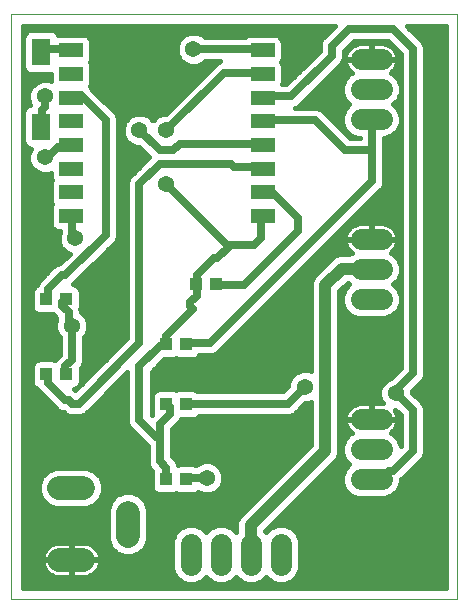
<source format=gtl>
G75*
%MOIN*%
%OFA0B0*%
%FSLAX25Y25*%
%IPPOS*%
%LPD*%
%AMOC8*
5,1,8,0,0,1.08239X$1,22.5*
%
%ADD10C,0.00000*%
%ADD11R,0.03937X0.04331*%
%ADD12R,0.07874X0.04724*%
%ADD13C,0.07000*%
%ADD14C,0.07874*%
%ADD15R,0.06299X0.09055*%
%ADD16C,0.02500*%
%ADD17C,0.05400*%
%ADD18C,0.01600*%
%ADD19C,0.04000*%
D10*
X0002874Y0017345D02*
X0002874Y0212306D01*
X0151575Y0212306D01*
X0151575Y0017345D01*
X0002874Y0017345D01*
D11*
X0014528Y0092345D03*
X0021220Y0092345D03*
X0021220Y0117345D03*
X0014528Y0117345D03*
X0054528Y0102345D03*
X0061220Y0102345D03*
X0061220Y0082345D03*
X0054528Y0082345D03*
X0054528Y0057345D03*
X0061220Y0057345D03*
X0064528Y0122345D03*
X0071220Y0122345D03*
D12*
X0086654Y0145219D03*
X0086654Y0153093D03*
X0086654Y0160967D03*
X0086654Y0168841D03*
X0086654Y0176715D03*
X0086654Y0184589D03*
X0086654Y0192463D03*
X0086654Y0200337D03*
X0022874Y0200337D03*
X0022874Y0192463D03*
X0022874Y0184589D03*
X0022874Y0176715D03*
X0022874Y0168841D03*
X0022874Y0160967D03*
X0022874Y0153093D03*
X0022874Y0145219D03*
D13*
X0062874Y0035845D02*
X0062874Y0028845D01*
X0072874Y0028845D02*
X0072874Y0035845D01*
X0082874Y0035845D02*
X0082874Y0028845D01*
X0092874Y0028845D02*
X0092874Y0035845D01*
X0119374Y0057345D02*
X0126374Y0057345D01*
X0126374Y0067345D02*
X0119374Y0067345D01*
X0119374Y0077345D02*
X0126374Y0077345D01*
X0126374Y0117345D02*
X0119374Y0117345D01*
X0119374Y0127345D02*
X0126374Y0127345D01*
X0126374Y0137345D02*
X0119374Y0137345D01*
X0119374Y0177345D02*
X0126374Y0177345D01*
X0126374Y0187345D02*
X0119374Y0187345D01*
X0119374Y0197345D02*
X0126374Y0197345D01*
D14*
X0026811Y0054550D02*
X0018937Y0054550D01*
X0018937Y0030534D02*
X0026811Y0030534D01*
X0041772Y0038408D02*
X0041772Y0046282D01*
D15*
X0012874Y0174943D03*
X0012874Y0199746D03*
D16*
X0012999Y0200720D01*
X0021999Y0200720D01*
X0022874Y0200337D01*
X0023124Y0184970D02*
X0022874Y0184589D01*
X0023124Y0184970D02*
X0026499Y0184970D01*
X0034374Y0177095D01*
X0034374Y0138845D01*
X0020874Y0125345D01*
X0019749Y0125345D01*
X0015249Y0120845D01*
X0015249Y0117470D01*
X0014528Y0117345D01*
X0019749Y0116345D02*
X0020874Y0117470D01*
X0021220Y0117345D01*
X0019749Y0116345D02*
X0019749Y0115220D01*
X0021999Y0112970D01*
X0021999Y0108470D01*
X0023124Y0107345D01*
X0023124Y0108470D01*
X0023124Y0107345D02*
X0023124Y0097220D01*
X0020874Y0094970D01*
X0020874Y0092720D01*
X0021220Y0092345D01*
X0015249Y0091595D02*
X0015249Y0089345D01*
X0020874Y0083720D01*
X0021999Y0083720D01*
X0023124Y0082595D01*
X0025374Y0082595D01*
X0045624Y0102845D01*
X0045624Y0155720D01*
X0052374Y0162470D01*
X0075999Y0162470D01*
X0077124Y0161345D01*
X0086124Y0161345D01*
X0086654Y0160967D01*
X0087249Y0153470D02*
X0086654Y0153093D01*
X0087249Y0153470D02*
X0089499Y0153470D01*
X0098499Y0144470D01*
X0098499Y0139970D01*
X0080499Y0121970D01*
X0071499Y0121970D01*
X0071220Y0122345D01*
X0064749Y0125345D02*
X0070374Y0130970D01*
X0071499Y0130970D01*
X0075437Y0134907D01*
X0054624Y0155720D01*
X0052374Y0166970D02*
X0045624Y0173720D01*
X0052374Y0166970D02*
X0056874Y0166970D01*
X0059124Y0169220D01*
X0086124Y0169220D01*
X0086654Y0168841D01*
X0086654Y0176715D02*
X0087249Y0177095D01*
X0104124Y0177095D01*
X0114249Y0166970D01*
X0123249Y0166970D01*
X0123249Y0156845D01*
X0069249Y0102845D01*
X0061374Y0102845D01*
X0061220Y0102345D01*
X0054624Y0102845D02*
X0054528Y0102345D01*
X0053499Y0101720D01*
X0052374Y0101720D01*
X0045624Y0094970D01*
X0045624Y0076970D01*
X0051249Y0071345D01*
X0052374Y0071345D01*
X0052374Y0063470D01*
X0054624Y0061220D01*
X0054624Y0057845D01*
X0054528Y0057345D01*
X0061220Y0057345D02*
X0061374Y0057845D01*
X0068124Y0057845D01*
X0052374Y0075845D02*
X0055749Y0079220D01*
X0055749Y0081470D01*
X0054624Y0082595D01*
X0054528Y0082345D01*
X0052374Y0075845D02*
X0052374Y0071345D01*
X0061220Y0082345D02*
X0061374Y0082595D01*
X0095124Y0082595D01*
X0100749Y0088220D01*
X0123249Y0057845D02*
X0122874Y0057345D01*
X0123249Y0057845D02*
X0126624Y0057845D01*
X0128874Y0060095D01*
X0129999Y0060095D01*
X0136749Y0066845D01*
X0136749Y0080345D01*
X0131124Y0085970D01*
X0131124Y0087095D01*
X0136749Y0092720D01*
X0136749Y0200720D01*
X0129999Y0207470D01*
X0115374Y0207470D01*
X0109749Y0201845D01*
X0109749Y0198470D01*
X0096249Y0184970D01*
X0087249Y0184970D01*
X0086654Y0184589D01*
X0086654Y0192463D02*
X0086124Y0192845D01*
X0073749Y0192845D01*
X0054624Y0173720D01*
X0063624Y0200720D02*
X0086124Y0200720D01*
X0086654Y0200337D01*
X0122874Y0177345D02*
X0123249Y0177095D01*
X0123249Y0166970D01*
X0086654Y0145219D02*
X0086124Y0144470D01*
X0086124Y0137720D01*
X0083874Y0135470D01*
X0075999Y0135470D01*
X0075437Y0134907D01*
X0064749Y0125345D02*
X0064749Y0123095D01*
X0064528Y0122345D01*
X0064749Y0121970D01*
X0064749Y0118595D01*
X0062499Y0116345D01*
X0062499Y0115220D01*
X0063624Y0114095D01*
X0054624Y0105095D01*
X0054624Y0102845D01*
X0024249Y0137720D02*
X0023124Y0138845D01*
X0023124Y0144470D01*
X0022874Y0145219D01*
X0015249Y0164720D02*
X0014124Y0164720D01*
X0015249Y0164720D02*
X0018624Y0168095D01*
X0021999Y0168095D01*
X0022874Y0168841D01*
X0012999Y0180470D02*
X0014124Y0181595D01*
X0014124Y0184970D01*
X0012999Y0180470D02*
X0012999Y0175970D01*
X0012874Y0174943D01*
X0014528Y0092345D02*
X0015249Y0091595D01*
D17*
X0023124Y0108470D03*
X0024249Y0137720D03*
X0014124Y0164720D03*
X0014124Y0184970D03*
X0045624Y0173720D03*
X0054624Y0173720D03*
X0054624Y0155720D03*
X0063624Y0200720D03*
X0100749Y0088220D03*
X0131124Y0085970D03*
X0068124Y0057845D03*
D18*
X0072168Y0054111D02*
X0087977Y0054111D01*
X0089575Y0055709D02*
X0073193Y0055709D01*
X0072787Y0054729D02*
X0073624Y0056751D01*
X0073624Y0058939D01*
X0072787Y0060960D01*
X0071240Y0062508D01*
X0069218Y0063345D01*
X0067030Y0063345D01*
X0065009Y0062508D01*
X0064499Y0061998D01*
X0063746Y0062310D01*
X0058695Y0062310D01*
X0058576Y0062261D01*
X0058057Y0063514D01*
X0056424Y0065147D01*
X0056424Y0074167D01*
X0058043Y0075786D01*
X0059182Y0076926D01*
X0059370Y0077380D01*
X0063746Y0077380D01*
X0064775Y0077806D01*
X0065514Y0078545D01*
X0095930Y0078545D01*
X0097418Y0079161D01*
X0100977Y0082720D01*
X0101843Y0082720D01*
X0102699Y0083074D01*
X0102699Y0068833D01*
X0078680Y0044814D01*
X0077949Y0043050D01*
X0077949Y0039829D01*
X0077874Y0039754D01*
X0076443Y0041186D01*
X0074127Y0042145D01*
X0071621Y0042145D01*
X0069305Y0041186D01*
X0067874Y0039754D01*
X0066443Y0041186D01*
X0064127Y0042145D01*
X0061621Y0042145D01*
X0059305Y0041186D01*
X0057533Y0039414D01*
X0056574Y0037098D01*
X0056574Y0027592D01*
X0057533Y0025276D01*
X0059305Y0023504D01*
X0061621Y0022545D01*
X0064127Y0022545D01*
X0066443Y0023504D01*
X0067874Y0024935D01*
X0069305Y0023504D01*
X0071621Y0022545D01*
X0074127Y0022545D01*
X0076443Y0023504D01*
X0077874Y0024935D01*
X0079305Y0023504D01*
X0081621Y0022545D01*
X0084127Y0022545D01*
X0086443Y0023504D01*
X0087874Y0024935D01*
X0089305Y0023504D01*
X0091621Y0022545D01*
X0094127Y0022545D01*
X0096443Y0023504D01*
X0098215Y0025276D01*
X0099174Y0027592D01*
X0099174Y0037098D01*
X0098215Y0039414D01*
X0096443Y0041186D01*
X0094127Y0042145D01*
X0091621Y0042145D01*
X0089305Y0041186D01*
X0087874Y0039754D01*
X0087549Y0040079D01*
X0087549Y0040107D01*
X0110218Y0062776D01*
X0111568Y0064126D01*
X0112299Y0065890D01*
X0112299Y0119982D01*
X0115063Y0122746D01*
X0115464Y0122345D01*
X0114033Y0120914D01*
X0113074Y0118598D01*
X0113074Y0116092D01*
X0114033Y0113776D01*
X0115805Y0112004D01*
X0118121Y0111045D01*
X0127627Y0111045D01*
X0129943Y0112004D01*
X0131715Y0113776D01*
X0132674Y0116092D01*
X0132674Y0118598D01*
X0131715Y0120914D01*
X0130284Y0122345D01*
X0131715Y0123776D01*
X0132674Y0126092D01*
X0132674Y0128598D01*
X0131715Y0130914D01*
X0129943Y0132686D01*
X0129328Y0132940D01*
X0129827Y0133302D01*
X0130417Y0133892D01*
X0130907Y0134567D01*
X0131286Y0135310D01*
X0131544Y0136104D01*
X0131674Y0136928D01*
X0131674Y0137145D01*
X0123074Y0137145D01*
X0123074Y0137545D01*
X0122674Y0137545D01*
X0122674Y0142645D01*
X0118957Y0142645D01*
X0118133Y0142514D01*
X0117340Y0142257D01*
X0116596Y0141878D01*
X0115921Y0141387D01*
X0115331Y0140798D01*
X0114841Y0140123D01*
X0114462Y0139379D01*
X0114205Y0138586D01*
X0114074Y0137762D01*
X0114074Y0137545D01*
X0122674Y0137545D01*
X0122674Y0137145D01*
X0114074Y0137145D01*
X0114074Y0136928D01*
X0114205Y0136104D01*
X0114462Y0135310D01*
X0114841Y0134567D01*
X0115331Y0133892D01*
X0115921Y0133302D01*
X0116420Y0132940D01*
X0115805Y0132686D01*
X0115514Y0132395D01*
X0112169Y0132395D01*
X0110405Y0131664D01*
X0109055Y0130314D01*
X0103430Y0124689D01*
X0102699Y0122925D01*
X0102699Y0093365D01*
X0101843Y0093720D01*
X0099655Y0093720D01*
X0097634Y0092883D01*
X0096086Y0091335D01*
X0095249Y0089314D01*
X0095249Y0088447D01*
X0093446Y0086645D01*
X0065014Y0086645D01*
X0064775Y0086884D01*
X0063746Y0087310D01*
X0058695Y0087310D01*
X0057874Y0086970D01*
X0057053Y0087310D01*
X0052002Y0087310D01*
X0050973Y0086884D01*
X0050185Y0086096D01*
X0049759Y0085067D01*
X0049759Y0079623D01*
X0049954Y0079152D01*
X0049674Y0078872D01*
X0049674Y0093292D01*
X0053761Y0097380D01*
X0057053Y0097380D01*
X0057874Y0097720D01*
X0058695Y0097380D01*
X0063746Y0097380D01*
X0064775Y0097806D01*
X0065563Y0098593D01*
X0065646Y0098795D01*
X0070055Y0098795D01*
X0071543Y0099411D01*
X0125543Y0153411D01*
X0126682Y0154551D01*
X0127299Y0156039D01*
X0127299Y0171045D01*
X0127627Y0171045D01*
X0129943Y0172004D01*
X0131715Y0173776D01*
X0132674Y0176092D01*
X0132674Y0178598D01*
X0131715Y0180914D01*
X0130284Y0182345D01*
X0131715Y0183776D01*
X0132674Y0186092D01*
X0132674Y0188598D01*
X0131715Y0190914D01*
X0129943Y0192686D01*
X0129328Y0192940D01*
X0129827Y0193302D01*
X0130417Y0193892D01*
X0130907Y0194567D01*
X0131286Y0195310D01*
X0131544Y0196104D01*
X0131674Y0196928D01*
X0131674Y0197145D01*
X0123074Y0197145D01*
X0123074Y0197545D01*
X0122674Y0197545D01*
X0122674Y0202645D01*
X0118957Y0202645D01*
X0118133Y0202514D01*
X0117340Y0202257D01*
X0116596Y0201878D01*
X0115921Y0201387D01*
X0115331Y0200798D01*
X0114841Y0200123D01*
X0114462Y0199379D01*
X0114205Y0198586D01*
X0114074Y0197762D01*
X0114074Y0197545D01*
X0122674Y0197545D01*
X0122674Y0197145D01*
X0114074Y0197145D01*
X0114074Y0196928D01*
X0114205Y0196104D01*
X0114462Y0195310D01*
X0114841Y0194567D01*
X0115331Y0193892D01*
X0115921Y0193302D01*
X0116420Y0192940D01*
X0115805Y0192686D01*
X0114033Y0190914D01*
X0113074Y0188598D01*
X0113074Y0186092D01*
X0114033Y0183776D01*
X0115464Y0182345D01*
X0114033Y0180914D01*
X0113074Y0178598D01*
X0113074Y0176092D01*
X0114033Y0173776D01*
X0115805Y0172004D01*
X0118121Y0171045D01*
X0119199Y0171045D01*
X0119199Y0171020D01*
X0115927Y0171020D01*
X0106418Y0180528D01*
X0104930Y0181145D01*
X0097598Y0181145D01*
X0098543Y0181536D01*
X0112043Y0195036D01*
X0113182Y0196176D01*
X0113799Y0197664D01*
X0113799Y0200167D01*
X0117052Y0203420D01*
X0128321Y0203420D01*
X0132699Y0199042D01*
X0132699Y0094397D01*
X0129589Y0091287D01*
X0128009Y0090633D01*
X0126461Y0089085D01*
X0125624Y0087064D01*
X0125624Y0084876D01*
X0126461Y0082854D01*
X0126671Y0082645D01*
X0123074Y0082645D01*
X0123074Y0077545D01*
X0122674Y0077545D01*
X0122674Y0082645D01*
X0118957Y0082645D01*
X0118133Y0082514D01*
X0117340Y0082257D01*
X0116596Y0081878D01*
X0115921Y0081387D01*
X0115331Y0080798D01*
X0114841Y0080123D01*
X0114462Y0079379D01*
X0114205Y0078586D01*
X0114074Y0077762D01*
X0114074Y0077545D01*
X0122674Y0077545D01*
X0122674Y0077145D01*
X0114074Y0077145D01*
X0114074Y0076928D01*
X0114205Y0076104D01*
X0114462Y0075310D01*
X0114841Y0074567D01*
X0115331Y0073892D01*
X0115921Y0073302D01*
X0116420Y0072940D01*
X0115805Y0072686D01*
X0114033Y0070914D01*
X0113074Y0068598D01*
X0113074Y0066092D01*
X0114033Y0063776D01*
X0115464Y0062345D01*
X0114033Y0060914D01*
X0113074Y0058598D01*
X0113074Y0056092D01*
X0114033Y0053776D01*
X0115805Y0052004D01*
X0118121Y0051045D01*
X0127627Y0051045D01*
X0129943Y0052004D01*
X0131715Y0053776D01*
X0132674Y0056092D01*
X0132674Y0057042D01*
X0133432Y0057801D01*
X0140182Y0064551D01*
X0140799Y0066039D01*
X0140799Y0081150D01*
X0140182Y0082639D01*
X0139043Y0083778D01*
X0136624Y0086197D01*
X0136624Y0086867D01*
X0140182Y0090426D01*
X0140799Y0091914D01*
X0140799Y0201525D01*
X0140182Y0203014D01*
X0139043Y0204153D01*
X0134691Y0208506D01*
X0147775Y0208506D01*
X0147775Y0021145D01*
X0006674Y0021145D01*
X0006674Y0208506D01*
X0110682Y0208506D01*
X0107455Y0205278D01*
X0107455Y0205278D01*
X0106316Y0204139D01*
X0105699Y0202650D01*
X0105699Y0200147D01*
X0094571Y0189020D01*
X0093174Y0189020D01*
X0093391Y0189544D01*
X0093391Y0195382D01*
X0092969Y0196400D01*
X0093391Y0197418D01*
X0093391Y0203256D01*
X0092964Y0204285D01*
X0092177Y0205073D01*
X0091148Y0205499D01*
X0082160Y0205499D01*
X0081130Y0205073D01*
X0080827Y0204770D01*
X0067352Y0204770D01*
X0066740Y0205383D01*
X0064718Y0206220D01*
X0062530Y0206220D01*
X0060509Y0205383D01*
X0058961Y0203835D01*
X0058124Y0201814D01*
X0058124Y0199626D01*
X0058961Y0197604D01*
X0060509Y0196057D01*
X0062530Y0195220D01*
X0064718Y0195220D01*
X0066740Y0196057D01*
X0067352Y0196670D01*
X0072400Y0196670D01*
X0071455Y0196278D01*
X0054396Y0179220D01*
X0053530Y0179220D01*
X0051509Y0178383D01*
X0050124Y0176998D01*
X0048740Y0178383D01*
X0046718Y0179220D01*
X0044530Y0179220D01*
X0042509Y0178383D01*
X0040961Y0176835D01*
X0040124Y0174814D01*
X0040124Y0172626D01*
X0040961Y0170604D01*
X0042509Y0169057D01*
X0044530Y0168220D01*
X0045396Y0168220D01*
X0048896Y0164720D01*
X0042191Y0158014D01*
X0041574Y0156525D01*
X0041574Y0104522D01*
X0024231Y0087179D01*
X0023746Y0087380D01*
X0024775Y0087806D01*
X0025563Y0088593D01*
X0025989Y0089623D01*
X0025989Y0094357D01*
X0026557Y0094926D01*
X0027174Y0096414D01*
X0027174Y0104742D01*
X0027787Y0105354D01*
X0028624Y0107376D01*
X0028624Y0109564D01*
X0027787Y0111585D01*
X0026240Y0113133D01*
X0026049Y0113211D01*
X0026049Y0113775D01*
X0025844Y0114271D01*
X0025989Y0114623D01*
X0025989Y0120067D01*
X0025563Y0121096D01*
X0024775Y0121884D01*
X0023746Y0122310D01*
X0023567Y0122310D01*
X0036668Y0135411D01*
X0037807Y0136551D01*
X0038424Y0138039D01*
X0038424Y0177900D01*
X0037807Y0179389D01*
X0029932Y0187264D01*
X0029556Y0187640D01*
X0029189Y0188526D01*
X0029611Y0189544D01*
X0029611Y0195382D01*
X0029189Y0196400D01*
X0029611Y0197418D01*
X0029611Y0203256D01*
X0029185Y0204285D01*
X0028397Y0205073D01*
X0027368Y0205499D01*
X0018547Y0205499D01*
X0018397Y0205860D01*
X0017610Y0206648D01*
X0016581Y0207074D01*
X0009167Y0207074D01*
X0008138Y0206648D01*
X0007351Y0205860D01*
X0006924Y0204831D01*
X0006924Y0194662D01*
X0007351Y0193633D01*
X0008138Y0192845D01*
X0009167Y0192419D01*
X0016137Y0192419D01*
X0016137Y0190089D01*
X0015218Y0190470D01*
X0013030Y0190470D01*
X0011009Y0189633D01*
X0009461Y0188085D01*
X0008624Y0186064D01*
X0008624Y0183876D01*
X0009289Y0182271D01*
X0009167Y0182271D01*
X0008138Y0181845D01*
X0007351Y0181057D01*
X0006924Y0180028D01*
X0006924Y0169859D01*
X0007351Y0168830D01*
X0008138Y0168042D01*
X0009167Y0167616D01*
X0009370Y0167616D01*
X0008624Y0165814D01*
X0008624Y0163626D01*
X0009461Y0161604D01*
X0011009Y0160057D01*
X0013030Y0159220D01*
X0015218Y0159220D01*
X0016137Y0159601D01*
X0016137Y0158048D01*
X0016559Y0157030D01*
X0016137Y0156012D01*
X0016137Y0150174D01*
X0016559Y0149156D01*
X0016137Y0148138D01*
X0016137Y0142300D01*
X0016563Y0141271D01*
X0017351Y0140483D01*
X0018380Y0140057D01*
X0019074Y0140057D01*
X0019074Y0139599D01*
X0018749Y0138814D01*
X0018749Y0136626D01*
X0019586Y0134604D01*
X0021134Y0133057D01*
X0022353Y0132552D01*
X0019196Y0129395D01*
X0018943Y0129395D01*
X0017455Y0128778D01*
X0016316Y0127639D01*
X0011816Y0123139D01*
X0011363Y0122045D01*
X0010973Y0121884D01*
X0010185Y0121096D01*
X0009759Y0120067D01*
X0009759Y0114623D01*
X0010185Y0113593D01*
X0010973Y0112806D01*
X0012002Y0112380D01*
X0016862Y0112380D01*
X0017455Y0111786D01*
X0017949Y0111292D01*
X0017949Y0110348D01*
X0017624Y0109564D01*
X0017624Y0107376D01*
X0018461Y0105354D01*
X0019074Y0104742D01*
X0019074Y0098897D01*
X0017441Y0097264D01*
X0017400Y0097166D01*
X0017053Y0097310D01*
X0012002Y0097310D01*
X0010973Y0096884D01*
X0010185Y0096096D01*
X0009759Y0095067D01*
X0009759Y0089623D01*
X0010185Y0088593D01*
X0010973Y0087806D01*
X0011613Y0087541D01*
X0011816Y0087051D01*
X0017441Y0081426D01*
X0018580Y0080286D01*
X0020068Y0079670D01*
X0020321Y0079670D01*
X0020830Y0079161D01*
X0022318Y0078545D01*
X0026180Y0078545D01*
X0027668Y0079161D01*
X0041574Y0093067D01*
X0041574Y0076164D01*
X0042191Y0074676D01*
X0047816Y0069051D01*
X0048324Y0068542D01*
X0048324Y0062664D01*
X0048941Y0061176D01*
X0049844Y0060272D01*
X0049759Y0060067D01*
X0049759Y0054623D01*
X0050185Y0053593D01*
X0050973Y0052806D01*
X0052002Y0052380D01*
X0057053Y0052380D01*
X0057874Y0052720D01*
X0058695Y0052380D01*
X0063746Y0052380D01*
X0064775Y0052806D01*
X0065110Y0053140D01*
X0067030Y0052345D01*
X0069218Y0052345D01*
X0071240Y0053182D01*
X0072787Y0054729D01*
X0073624Y0057308D02*
X0091174Y0057308D01*
X0092772Y0058906D02*
X0073624Y0058906D01*
X0072975Y0060505D02*
X0094371Y0060505D01*
X0095969Y0062103D02*
X0071644Y0062103D01*
X0069622Y0052512D02*
X0086378Y0052512D01*
X0084780Y0050914D02*
X0046667Y0050914D01*
X0047483Y0050098D02*
X0045588Y0051993D01*
X0043112Y0053019D01*
X0040432Y0053019D01*
X0037955Y0051993D01*
X0036060Y0050098D01*
X0035035Y0047622D01*
X0035035Y0037068D01*
X0036060Y0034592D01*
X0037955Y0032697D01*
X0040432Y0031671D01*
X0043112Y0031671D01*
X0045588Y0032697D01*
X0047483Y0034592D01*
X0048509Y0037068D01*
X0048509Y0047622D01*
X0047483Y0050098D01*
X0047807Y0049315D02*
X0083181Y0049315D01*
X0081583Y0047717D02*
X0048469Y0047717D01*
X0048509Y0046118D02*
X0079984Y0046118D01*
X0078558Y0044520D02*
X0048509Y0044520D01*
X0048509Y0042921D02*
X0077949Y0042921D01*
X0077949Y0041323D02*
X0076112Y0041323D01*
X0069636Y0041323D02*
X0066112Y0041323D01*
X0059636Y0041323D02*
X0048509Y0041323D01*
X0048509Y0039724D02*
X0057844Y0039724D01*
X0057000Y0038126D02*
X0048509Y0038126D01*
X0048285Y0036527D02*
X0056574Y0036527D01*
X0056574Y0034929D02*
X0047623Y0034929D01*
X0046221Y0033330D02*
X0056574Y0033330D01*
X0056574Y0031731D02*
X0043258Y0031731D01*
X0040285Y0031731D02*
X0032430Y0031731D01*
X0032407Y0031877D02*
X0032128Y0032736D01*
X0031718Y0033541D01*
X0031187Y0034271D01*
X0030548Y0034910D01*
X0029818Y0035441D01*
X0029013Y0035851D01*
X0028154Y0036130D01*
X0027263Y0036271D01*
X0023058Y0036271D01*
X0023058Y0030718D01*
X0022690Y0030718D01*
X0022690Y0036271D01*
X0018485Y0036271D01*
X0017594Y0036130D01*
X0016735Y0035851D01*
X0015930Y0035441D01*
X0015200Y0034910D01*
X0014561Y0034271D01*
X0014030Y0033541D01*
X0013620Y0032736D01*
X0013341Y0031877D01*
X0013200Y0030985D01*
X0013200Y0030718D01*
X0022690Y0030718D01*
X0022690Y0030350D01*
X0013200Y0030350D01*
X0013200Y0030082D01*
X0013341Y0029190D01*
X0013620Y0028332D01*
X0014030Y0027527D01*
X0014561Y0026796D01*
X0015200Y0026158D01*
X0015930Y0025627D01*
X0016735Y0025217D01*
X0017594Y0024938D01*
X0018485Y0024797D01*
X0022690Y0024797D01*
X0022690Y0030350D01*
X0023058Y0030350D01*
X0023058Y0030718D01*
X0032548Y0030718D01*
X0032548Y0030985D01*
X0032407Y0031877D01*
X0032548Y0030350D02*
X0023058Y0030350D01*
X0023058Y0024797D01*
X0027263Y0024797D01*
X0028154Y0024938D01*
X0029013Y0025217D01*
X0029818Y0025627D01*
X0030548Y0026158D01*
X0031187Y0026796D01*
X0031718Y0027527D01*
X0032128Y0028332D01*
X0032407Y0029190D01*
X0032548Y0030082D01*
X0032548Y0030350D01*
X0032548Y0030133D02*
X0056574Y0030133D01*
X0056574Y0028534D02*
X0032194Y0028534D01*
X0031288Y0026936D02*
X0056846Y0026936D01*
X0057508Y0025337D02*
X0029249Y0025337D01*
X0023058Y0025337D02*
X0022690Y0025337D01*
X0022690Y0026936D02*
X0023058Y0026936D01*
X0023058Y0028534D02*
X0022690Y0028534D01*
X0022690Y0030133D02*
X0023058Y0030133D01*
X0023058Y0031731D02*
X0022690Y0031731D01*
X0022690Y0033330D02*
X0023058Y0033330D01*
X0023058Y0034929D02*
X0022690Y0034929D01*
X0016499Y0025337D02*
X0006674Y0025337D01*
X0006674Y0023739D02*
X0059070Y0023739D01*
X0066678Y0023739D02*
X0069070Y0023739D01*
X0076678Y0023739D02*
X0079070Y0023739D01*
X0086678Y0023739D02*
X0089070Y0023739D01*
X0096678Y0023739D02*
X0147775Y0023739D01*
X0147775Y0025337D02*
X0098240Y0025337D01*
X0098902Y0026936D02*
X0147775Y0026936D01*
X0147775Y0028534D02*
X0099174Y0028534D01*
X0099174Y0030133D02*
X0147775Y0030133D01*
X0147775Y0031731D02*
X0099174Y0031731D01*
X0099174Y0033330D02*
X0147775Y0033330D01*
X0147775Y0034929D02*
X0099174Y0034929D01*
X0099174Y0036527D02*
X0147775Y0036527D01*
X0147775Y0038126D02*
X0098748Y0038126D01*
X0097904Y0039724D02*
X0147775Y0039724D01*
X0147775Y0041323D02*
X0096112Y0041323D01*
X0093560Y0046118D02*
X0147775Y0046118D01*
X0147775Y0044520D02*
X0091962Y0044520D01*
X0090363Y0042921D02*
X0147775Y0042921D01*
X0147775Y0047717D02*
X0095159Y0047717D01*
X0096757Y0049315D02*
X0147775Y0049315D01*
X0147775Y0050914D02*
X0098356Y0050914D01*
X0099954Y0052512D02*
X0115297Y0052512D01*
X0113895Y0054111D02*
X0101553Y0054111D01*
X0103152Y0055709D02*
X0113232Y0055709D01*
X0113074Y0057308D02*
X0104750Y0057308D01*
X0106349Y0058906D02*
X0113202Y0058906D01*
X0113864Y0060505D02*
X0107947Y0060505D01*
X0109546Y0062103D02*
X0115223Y0062103D01*
X0114108Y0063702D02*
X0111144Y0063702D01*
X0112055Y0065300D02*
X0113402Y0065300D01*
X0113074Y0066899D02*
X0112299Y0066899D01*
X0112299Y0068497D02*
X0113074Y0068497D01*
X0113694Y0070096D02*
X0112299Y0070096D01*
X0112299Y0071694D02*
X0114814Y0071694D01*
X0115934Y0073293D02*
X0112299Y0073293D01*
X0112299Y0074891D02*
X0114676Y0074891D01*
X0114143Y0076490D02*
X0112299Y0076490D01*
X0112299Y0078088D02*
X0114126Y0078088D01*
X0114619Y0079687D02*
X0112299Y0079687D01*
X0112299Y0081285D02*
X0115819Y0081285D01*
X0112299Y0082884D02*
X0126449Y0082884D01*
X0125787Y0084482D02*
X0112299Y0084482D01*
X0112299Y0086081D02*
X0125624Y0086081D01*
X0125879Y0087679D02*
X0112299Y0087679D01*
X0112299Y0089278D02*
X0126654Y0089278D01*
X0128597Y0090876D02*
X0112299Y0090876D01*
X0112299Y0092475D02*
X0130777Y0092475D01*
X0132375Y0094073D02*
X0112299Y0094073D01*
X0112299Y0095672D02*
X0132699Y0095672D01*
X0132699Y0097270D02*
X0112299Y0097270D01*
X0112299Y0098869D02*
X0132699Y0098869D01*
X0132699Y0100467D02*
X0112299Y0100467D01*
X0112299Y0102066D02*
X0132699Y0102066D01*
X0132699Y0103664D02*
X0112299Y0103664D01*
X0112299Y0105263D02*
X0132699Y0105263D01*
X0132699Y0106862D02*
X0112299Y0106862D01*
X0112299Y0108460D02*
X0132699Y0108460D01*
X0132699Y0110059D02*
X0112299Y0110059D01*
X0112299Y0111657D02*
X0116643Y0111657D01*
X0114554Y0113256D02*
X0112299Y0113256D01*
X0112299Y0114854D02*
X0113587Y0114854D01*
X0113074Y0116453D02*
X0112299Y0116453D01*
X0112299Y0118051D02*
X0113074Y0118051D01*
X0113510Y0119650D02*
X0112299Y0119650D01*
X0113565Y0121248D02*
X0114368Y0121248D01*
X0107982Y0129241D02*
X0101372Y0129241D01*
X0099774Y0127642D02*
X0106383Y0127642D01*
X0104785Y0126044D02*
X0098175Y0126044D01*
X0096577Y0124445D02*
X0103329Y0124445D01*
X0102699Y0122847D02*
X0094978Y0122847D01*
X0093380Y0121248D02*
X0102699Y0121248D01*
X0102699Y0119650D02*
X0091781Y0119650D01*
X0090183Y0118051D02*
X0102699Y0118051D01*
X0102699Y0116453D02*
X0088584Y0116453D01*
X0086986Y0114854D02*
X0102699Y0114854D01*
X0102699Y0113256D02*
X0085387Y0113256D01*
X0083789Y0111657D02*
X0102699Y0111657D01*
X0102699Y0110059D02*
X0082190Y0110059D01*
X0080592Y0108460D02*
X0102699Y0108460D01*
X0102699Y0106862D02*
X0078993Y0106862D01*
X0077395Y0105263D02*
X0102699Y0105263D01*
X0102699Y0103664D02*
X0075796Y0103664D01*
X0074198Y0102066D02*
X0102699Y0102066D01*
X0102699Y0100467D02*
X0072599Y0100467D01*
X0070233Y0098869D02*
X0102699Y0098869D01*
X0102699Y0097270D02*
X0053652Y0097270D01*
X0052054Y0095672D02*
X0102699Y0095672D01*
X0102699Y0094073D02*
X0050455Y0094073D01*
X0049674Y0092475D02*
X0097226Y0092475D01*
X0095896Y0090876D02*
X0049674Y0090876D01*
X0049674Y0089278D02*
X0095249Y0089278D01*
X0094481Y0087679D02*
X0049674Y0087679D01*
X0049674Y0086081D02*
X0050179Y0086081D01*
X0049759Y0084482D02*
X0049674Y0084482D01*
X0049674Y0082884D02*
X0049759Y0082884D01*
X0049759Y0081285D02*
X0049674Y0081285D01*
X0049674Y0079687D02*
X0049759Y0079687D01*
X0057148Y0074891D02*
X0102699Y0074891D01*
X0102699Y0073293D02*
X0056424Y0073293D01*
X0056424Y0071694D02*
X0102699Y0071694D01*
X0102699Y0070096D02*
X0056424Y0070096D01*
X0056424Y0068497D02*
X0102363Y0068497D01*
X0100765Y0066899D02*
X0056424Y0066899D01*
X0056424Y0065300D02*
X0099166Y0065300D01*
X0097568Y0063702D02*
X0057870Y0063702D01*
X0064246Y0062103D02*
X0064604Y0062103D01*
X0064066Y0052512D02*
X0066626Y0052512D01*
X0058375Y0052512D02*
X0057373Y0052512D01*
X0051682Y0052512D02*
X0044335Y0052512D01*
X0039208Y0052512D02*
X0033259Y0052512D01*
X0033548Y0053210D02*
X0033548Y0055890D01*
X0032522Y0058366D01*
X0030627Y0060261D01*
X0028151Y0061287D01*
X0017597Y0061287D01*
X0015121Y0060261D01*
X0013226Y0058366D01*
X0012200Y0055890D01*
X0012200Y0053210D01*
X0013226Y0050733D01*
X0015121Y0048838D01*
X0017597Y0047813D01*
X0028151Y0047813D01*
X0030627Y0048838D01*
X0032522Y0050733D01*
X0033548Y0053210D01*
X0033548Y0054111D02*
X0049971Y0054111D01*
X0049759Y0055709D02*
X0033548Y0055709D01*
X0032961Y0057308D02*
X0049759Y0057308D01*
X0049759Y0058906D02*
X0031982Y0058906D01*
X0030039Y0060505D02*
X0049612Y0060505D01*
X0048556Y0062103D02*
X0006674Y0062103D01*
X0006674Y0060505D02*
X0015709Y0060505D01*
X0013766Y0058906D02*
X0006674Y0058906D01*
X0006674Y0057308D02*
X0012787Y0057308D01*
X0012200Y0055709D02*
X0006674Y0055709D01*
X0006674Y0054111D02*
X0012200Y0054111D01*
X0012489Y0052512D02*
X0006674Y0052512D01*
X0006674Y0050914D02*
X0013151Y0050914D01*
X0014644Y0049315D02*
X0006674Y0049315D01*
X0006674Y0047717D02*
X0035074Y0047717D01*
X0035035Y0046118D02*
X0006674Y0046118D01*
X0006674Y0044520D02*
X0035035Y0044520D01*
X0035035Y0042921D02*
X0006674Y0042921D01*
X0006674Y0041323D02*
X0035035Y0041323D01*
X0035035Y0039724D02*
X0006674Y0039724D01*
X0006674Y0038126D02*
X0035035Y0038126D01*
X0035259Y0036527D02*
X0006674Y0036527D01*
X0006674Y0034929D02*
X0015225Y0034929D01*
X0013923Y0033330D02*
X0006674Y0033330D01*
X0006674Y0031731D02*
X0013318Y0031731D01*
X0013200Y0030133D02*
X0006674Y0030133D01*
X0006674Y0028534D02*
X0013554Y0028534D01*
X0014460Y0026936D02*
X0006674Y0026936D01*
X0006674Y0022140D02*
X0147775Y0022140D01*
X0147775Y0052512D02*
X0130451Y0052512D01*
X0131853Y0054111D02*
X0147775Y0054111D01*
X0147775Y0055709D02*
X0132516Y0055709D01*
X0132939Y0057308D02*
X0147775Y0057308D01*
X0147775Y0058906D02*
X0134538Y0058906D01*
X0136136Y0060505D02*
X0147775Y0060505D01*
X0147775Y0062103D02*
X0137735Y0062103D01*
X0139333Y0063702D02*
X0147775Y0063702D01*
X0147775Y0065300D02*
X0140493Y0065300D01*
X0140799Y0066899D02*
X0147775Y0066899D01*
X0147775Y0068497D02*
X0140799Y0068497D01*
X0140799Y0070096D02*
X0147775Y0070096D01*
X0147775Y0071694D02*
X0140799Y0071694D01*
X0140799Y0073293D02*
X0147775Y0073293D01*
X0147775Y0074891D02*
X0140799Y0074891D01*
X0140799Y0076490D02*
X0147775Y0076490D01*
X0147775Y0078088D02*
X0140799Y0078088D01*
X0140799Y0079687D02*
X0147775Y0079687D01*
X0147775Y0081285D02*
X0140743Y0081285D01*
X0139938Y0082884D02*
X0147775Y0082884D01*
X0147775Y0084482D02*
X0138339Y0084482D01*
X0136741Y0086081D02*
X0147775Y0086081D01*
X0147775Y0087679D02*
X0137436Y0087679D01*
X0139035Y0089278D02*
X0147775Y0089278D01*
X0147775Y0090876D02*
X0140369Y0090876D01*
X0140799Y0092475D02*
X0147775Y0092475D01*
X0147775Y0094073D02*
X0140799Y0094073D01*
X0140799Y0095672D02*
X0147775Y0095672D01*
X0147775Y0097270D02*
X0140799Y0097270D01*
X0140799Y0098869D02*
X0147775Y0098869D01*
X0147775Y0100467D02*
X0140799Y0100467D01*
X0140799Y0102066D02*
X0147775Y0102066D01*
X0147775Y0103664D02*
X0140799Y0103664D01*
X0140799Y0105263D02*
X0147775Y0105263D01*
X0147775Y0106862D02*
X0140799Y0106862D01*
X0140799Y0108460D02*
X0147775Y0108460D01*
X0147775Y0110059D02*
X0140799Y0110059D01*
X0140799Y0111657D02*
X0147775Y0111657D01*
X0147775Y0113256D02*
X0140799Y0113256D01*
X0140799Y0114854D02*
X0147775Y0114854D01*
X0147775Y0116453D02*
X0140799Y0116453D01*
X0140799Y0118051D02*
X0147775Y0118051D01*
X0147775Y0119650D02*
X0140799Y0119650D01*
X0140799Y0121248D02*
X0147775Y0121248D01*
X0147775Y0122847D02*
X0140799Y0122847D01*
X0140799Y0124445D02*
X0147775Y0124445D01*
X0147775Y0126044D02*
X0140799Y0126044D01*
X0140799Y0127642D02*
X0147775Y0127642D01*
X0147775Y0129241D02*
X0140799Y0129241D01*
X0140799Y0130839D02*
X0147775Y0130839D01*
X0147775Y0132438D02*
X0140799Y0132438D01*
X0140799Y0134036D02*
X0147775Y0134036D01*
X0147775Y0135635D02*
X0140799Y0135635D01*
X0140799Y0137233D02*
X0147775Y0137233D01*
X0147775Y0138832D02*
X0140799Y0138832D01*
X0140799Y0140430D02*
X0147775Y0140430D01*
X0147775Y0142029D02*
X0140799Y0142029D01*
X0140799Y0143627D02*
X0147775Y0143627D01*
X0147775Y0145226D02*
X0140799Y0145226D01*
X0140799Y0146824D02*
X0147775Y0146824D01*
X0147775Y0148423D02*
X0140799Y0148423D01*
X0140799Y0150021D02*
X0147775Y0150021D01*
X0147775Y0151620D02*
X0140799Y0151620D01*
X0140799Y0153218D02*
X0147775Y0153218D01*
X0147775Y0154817D02*
X0140799Y0154817D01*
X0140799Y0156415D02*
X0147775Y0156415D01*
X0147775Y0158014D02*
X0140799Y0158014D01*
X0140799Y0159612D02*
X0147775Y0159612D01*
X0147775Y0161211D02*
X0140799Y0161211D01*
X0140799Y0162809D02*
X0147775Y0162809D01*
X0147775Y0164408D02*
X0140799Y0164408D01*
X0140799Y0166006D02*
X0147775Y0166006D01*
X0147775Y0167605D02*
X0140799Y0167605D01*
X0140799Y0169203D02*
X0147775Y0169203D01*
X0147775Y0170802D02*
X0140799Y0170802D01*
X0140799Y0172400D02*
X0147775Y0172400D01*
X0147775Y0173999D02*
X0140799Y0173999D01*
X0140799Y0175598D02*
X0147775Y0175598D01*
X0147775Y0177196D02*
X0140799Y0177196D01*
X0140799Y0178795D02*
X0147775Y0178795D01*
X0147775Y0180393D02*
X0140799Y0180393D01*
X0140799Y0181992D02*
X0147775Y0181992D01*
X0147775Y0183590D02*
X0140799Y0183590D01*
X0140799Y0185189D02*
X0147775Y0185189D01*
X0147775Y0186787D02*
X0140799Y0186787D01*
X0140799Y0188386D02*
X0147775Y0188386D01*
X0147775Y0189984D02*
X0140799Y0189984D01*
X0140799Y0191583D02*
X0147775Y0191583D01*
X0147775Y0193181D02*
X0140799Y0193181D01*
X0140799Y0194780D02*
X0147775Y0194780D01*
X0147775Y0196378D02*
X0140799Y0196378D01*
X0140799Y0197977D02*
X0147775Y0197977D01*
X0147775Y0199575D02*
X0140799Y0199575D01*
X0140799Y0201174D02*
X0147775Y0201174D01*
X0147775Y0202772D02*
X0140283Y0202772D01*
X0139043Y0204153D02*
X0139043Y0204153D01*
X0138826Y0204371D02*
X0147775Y0204371D01*
X0147775Y0205969D02*
X0137227Y0205969D01*
X0135629Y0207568D02*
X0147775Y0207568D01*
X0132166Y0199575D02*
X0131186Y0199575D01*
X0131286Y0199379D02*
X0130907Y0200123D01*
X0130417Y0200798D01*
X0129827Y0201387D01*
X0129152Y0201878D01*
X0128409Y0202257D01*
X0127615Y0202514D01*
X0126791Y0202645D01*
X0123074Y0202645D01*
X0123074Y0197545D01*
X0131674Y0197545D01*
X0131674Y0197762D01*
X0131544Y0198586D01*
X0131286Y0199379D01*
X0131640Y0197977D02*
X0132699Y0197977D01*
X0132699Y0196378D02*
X0131587Y0196378D01*
X0131015Y0194780D02*
X0132699Y0194780D01*
X0132699Y0193181D02*
X0129660Y0193181D01*
X0131046Y0191583D02*
X0132699Y0191583D01*
X0132699Y0189984D02*
X0132100Y0189984D01*
X0132674Y0188386D02*
X0132699Y0188386D01*
X0132674Y0186787D02*
X0132699Y0186787D01*
X0132699Y0185189D02*
X0132300Y0185189D01*
X0132699Y0183590D02*
X0131529Y0183590D01*
X0130637Y0181992D02*
X0132699Y0181992D01*
X0132699Y0180393D02*
X0131930Y0180393D01*
X0132593Y0178795D02*
X0132699Y0178795D01*
X0132674Y0177196D02*
X0132699Y0177196D01*
X0132699Y0175598D02*
X0132469Y0175598D01*
X0132699Y0173999D02*
X0131807Y0173999D01*
X0132699Y0172400D02*
X0130339Y0172400D01*
X0132699Y0170802D02*
X0127299Y0170802D01*
X0127299Y0169203D02*
X0132699Y0169203D01*
X0132699Y0167605D02*
X0127299Y0167605D01*
X0127299Y0166006D02*
X0132699Y0166006D01*
X0132699Y0164408D02*
X0127299Y0164408D01*
X0127299Y0162809D02*
X0132699Y0162809D01*
X0132699Y0161211D02*
X0127299Y0161211D01*
X0127299Y0159612D02*
X0132699Y0159612D01*
X0132699Y0158014D02*
X0127299Y0158014D01*
X0127299Y0156415D02*
X0132699Y0156415D01*
X0132699Y0154817D02*
X0126793Y0154817D01*
X0125350Y0153218D02*
X0132699Y0153218D01*
X0132699Y0151620D02*
X0123752Y0151620D01*
X0122153Y0150021D02*
X0132699Y0150021D01*
X0132699Y0148423D02*
X0120555Y0148423D01*
X0118956Y0146824D02*
X0132699Y0146824D01*
X0132699Y0145226D02*
X0117357Y0145226D01*
X0115759Y0143627D02*
X0132699Y0143627D01*
X0132699Y0142029D02*
X0128856Y0142029D01*
X0129152Y0141878D02*
X0128409Y0142257D01*
X0127615Y0142514D01*
X0126791Y0142645D01*
X0123074Y0142645D01*
X0123074Y0137545D01*
X0131674Y0137545D01*
X0131674Y0137762D01*
X0131544Y0138586D01*
X0131286Y0139379D01*
X0130907Y0140123D01*
X0130417Y0140798D01*
X0129827Y0141387D01*
X0129152Y0141878D01*
X0130684Y0140430D02*
X0132699Y0140430D01*
X0132699Y0138832D02*
X0131464Y0138832D01*
X0132699Y0137233D02*
X0123074Y0137233D01*
X0122674Y0137233D02*
X0109365Y0137233D01*
X0107766Y0135635D02*
X0114357Y0135635D01*
X0115227Y0134036D02*
X0106168Y0134036D01*
X0104569Y0132438D02*
X0115557Y0132438D01*
X0114284Y0138832D02*
X0110963Y0138832D01*
X0112562Y0140430D02*
X0115065Y0140430D01*
X0114160Y0142029D02*
X0116892Y0142029D01*
X0122674Y0142029D02*
X0123074Y0142029D01*
X0123074Y0140430D02*
X0122674Y0140430D01*
X0122674Y0138832D02*
X0123074Y0138832D01*
X0130521Y0134036D02*
X0132699Y0134036D01*
X0132699Y0132438D02*
X0130191Y0132438D01*
X0131746Y0130839D02*
X0132699Y0130839D01*
X0132699Y0129241D02*
X0132408Y0129241D01*
X0132674Y0127642D02*
X0132699Y0127642D01*
X0132654Y0126044D02*
X0132699Y0126044D01*
X0132699Y0124445D02*
X0131992Y0124445D01*
X0132699Y0122847D02*
X0130785Y0122847D01*
X0131380Y0121248D02*
X0132699Y0121248D01*
X0132699Y0119650D02*
X0132238Y0119650D01*
X0132674Y0118051D02*
X0132699Y0118051D01*
X0132674Y0116453D02*
X0132699Y0116453D01*
X0132699Y0114854D02*
X0132161Y0114854D01*
X0132699Y0113256D02*
X0131194Y0113256D01*
X0132699Y0111657D02*
X0129105Y0111657D01*
X0131391Y0135635D02*
X0132699Y0135635D01*
X0109580Y0130839D02*
X0102971Y0130839D01*
X0114546Y0172400D02*
X0115409Y0172400D01*
X0113941Y0173999D02*
X0112947Y0173999D01*
X0113279Y0175598D02*
X0111349Y0175598D01*
X0109750Y0177196D02*
X0113074Y0177196D01*
X0113155Y0178795D02*
X0108152Y0178795D01*
X0106553Y0180393D02*
X0113818Y0180393D01*
X0115111Y0181992D02*
X0098998Y0181992D01*
X0100597Y0183590D02*
X0114219Y0183590D01*
X0113448Y0185189D02*
X0102195Y0185189D01*
X0103794Y0186787D02*
X0113074Y0186787D01*
X0113074Y0188386D02*
X0105392Y0188386D01*
X0106991Y0189984D02*
X0113648Y0189984D01*
X0114702Y0191583D02*
X0108589Y0191583D01*
X0110188Y0193181D02*
X0116088Y0193181D01*
X0114733Y0194780D02*
X0111786Y0194780D01*
X0113266Y0196378D02*
X0114161Y0196378D01*
X0114108Y0197977D02*
X0113799Y0197977D01*
X0113799Y0199575D02*
X0114562Y0199575D01*
X0114805Y0201174D02*
X0115707Y0201174D01*
X0116404Y0202772D02*
X0128969Y0202772D01*
X0130041Y0201174D02*
X0130568Y0201174D01*
X0123074Y0201174D02*
X0122674Y0201174D01*
X0122674Y0199575D02*
X0123074Y0199575D01*
X0123074Y0197977D02*
X0122674Y0197977D01*
X0109744Y0207568D02*
X0006674Y0207568D01*
X0006674Y0205969D02*
X0007460Y0205969D01*
X0006924Y0204371D02*
X0006674Y0204371D01*
X0006674Y0202772D02*
X0006924Y0202772D01*
X0006924Y0201174D02*
X0006674Y0201174D01*
X0006674Y0199575D02*
X0006924Y0199575D01*
X0006924Y0197977D02*
X0006674Y0197977D01*
X0006674Y0196378D02*
X0006924Y0196378D01*
X0006924Y0194780D02*
X0006674Y0194780D01*
X0006674Y0193181D02*
X0007802Y0193181D01*
X0006674Y0191583D02*
X0016137Y0191583D01*
X0011857Y0189984D02*
X0006674Y0189984D01*
X0006674Y0188386D02*
X0009762Y0188386D01*
X0008924Y0186787D02*
X0006674Y0186787D01*
X0006674Y0185189D02*
X0008624Y0185189D01*
X0008742Y0183590D02*
X0006674Y0183590D01*
X0006674Y0181992D02*
X0008493Y0181992D01*
X0007076Y0180393D02*
X0006674Y0180393D01*
X0006674Y0178795D02*
X0006924Y0178795D01*
X0006924Y0177196D02*
X0006674Y0177196D01*
X0006674Y0175598D02*
X0006924Y0175598D01*
X0006924Y0173999D02*
X0006674Y0173999D01*
X0006674Y0172400D02*
X0006924Y0172400D01*
X0006924Y0170802D02*
X0006674Y0170802D01*
X0006674Y0169203D02*
X0007196Y0169203D01*
X0006674Y0167605D02*
X0009366Y0167605D01*
X0008704Y0166006D02*
X0006674Y0166006D01*
X0006674Y0164408D02*
X0008624Y0164408D01*
X0008962Y0162809D02*
X0006674Y0162809D01*
X0006674Y0161211D02*
X0009855Y0161211D01*
X0012082Y0159612D02*
X0006674Y0159612D01*
X0006674Y0158014D02*
X0016151Y0158014D01*
X0016304Y0156415D02*
X0006674Y0156415D01*
X0006674Y0154817D02*
X0016137Y0154817D01*
X0016137Y0153218D02*
X0006674Y0153218D01*
X0006674Y0151620D02*
X0016137Y0151620D01*
X0016200Y0150021D02*
X0006674Y0150021D01*
X0006674Y0148423D02*
X0016255Y0148423D01*
X0016137Y0146824D02*
X0006674Y0146824D01*
X0006674Y0145226D02*
X0016137Y0145226D01*
X0016137Y0143627D02*
X0006674Y0143627D01*
X0006674Y0142029D02*
X0016249Y0142029D01*
X0017478Y0140430D02*
X0006674Y0140430D01*
X0006674Y0138832D02*
X0018756Y0138832D01*
X0018749Y0137233D02*
X0006674Y0137233D01*
X0006674Y0135635D02*
X0019160Y0135635D01*
X0020155Y0134036D02*
X0006674Y0134036D01*
X0006674Y0132438D02*
X0022239Y0132438D01*
X0020641Y0130839D02*
X0006674Y0130839D01*
X0006674Y0129241D02*
X0018571Y0129241D01*
X0016319Y0127642D02*
X0006674Y0127642D01*
X0006674Y0126044D02*
X0014720Y0126044D01*
X0013122Y0124445D02*
X0006674Y0124445D01*
X0006674Y0122847D02*
X0011694Y0122847D01*
X0010337Y0121248D02*
X0006674Y0121248D01*
X0006674Y0119650D02*
X0009759Y0119650D01*
X0009759Y0118051D02*
X0006674Y0118051D01*
X0006674Y0116453D02*
X0009759Y0116453D01*
X0009759Y0114854D02*
X0006674Y0114854D01*
X0006674Y0113256D02*
X0010523Y0113256D01*
X0006674Y0111657D02*
X0017584Y0111657D01*
X0017829Y0110059D02*
X0006674Y0110059D01*
X0006674Y0108460D02*
X0017624Y0108460D01*
X0017837Y0106862D02*
X0006674Y0106862D01*
X0006674Y0105263D02*
X0018553Y0105263D01*
X0019074Y0103664D02*
X0006674Y0103664D01*
X0006674Y0102066D02*
X0019074Y0102066D01*
X0019074Y0100467D02*
X0006674Y0100467D01*
X0006674Y0098869D02*
X0019046Y0098869D01*
X0017447Y0097270D02*
X0017149Y0097270D01*
X0011906Y0097270D02*
X0006674Y0097270D01*
X0006674Y0095672D02*
X0010010Y0095672D01*
X0009759Y0094073D02*
X0006674Y0094073D01*
X0006674Y0092475D02*
X0009759Y0092475D01*
X0009759Y0090876D02*
X0006674Y0090876D01*
X0006674Y0089278D02*
X0009902Y0089278D01*
X0011278Y0087679D02*
X0006674Y0087679D01*
X0006674Y0086081D02*
X0012785Y0086081D01*
X0014384Y0084482D02*
X0006674Y0084482D01*
X0006674Y0082884D02*
X0015982Y0082884D01*
X0017581Y0081285D02*
X0006674Y0081285D01*
X0006674Y0079687D02*
X0020027Y0079687D01*
X0024470Y0087679D02*
X0024731Y0087679D01*
X0025846Y0089278D02*
X0026329Y0089278D01*
X0025989Y0090876D02*
X0027928Y0090876D01*
X0029527Y0092475D02*
X0025989Y0092475D01*
X0025989Y0094073D02*
X0031125Y0094073D01*
X0032724Y0095672D02*
X0026867Y0095672D01*
X0027174Y0097270D02*
X0034322Y0097270D01*
X0035921Y0098869D02*
X0027174Y0098869D01*
X0027174Y0100467D02*
X0037519Y0100467D01*
X0039118Y0102066D02*
X0027174Y0102066D01*
X0027174Y0103664D02*
X0040716Y0103664D01*
X0041574Y0105263D02*
X0027695Y0105263D01*
X0028411Y0106862D02*
X0041574Y0106862D01*
X0041574Y0108460D02*
X0028624Y0108460D01*
X0028419Y0110059D02*
X0041574Y0110059D01*
X0041574Y0111657D02*
X0027715Y0111657D01*
X0026049Y0113256D02*
X0041574Y0113256D01*
X0041574Y0114854D02*
X0025989Y0114854D01*
X0025989Y0116453D02*
X0041574Y0116453D01*
X0041574Y0118051D02*
X0025989Y0118051D01*
X0025989Y0119650D02*
X0041574Y0119650D01*
X0041574Y0121248D02*
X0025411Y0121248D01*
X0024103Y0122847D02*
X0041574Y0122847D01*
X0041574Y0124445D02*
X0025702Y0124445D01*
X0027300Y0126044D02*
X0041574Y0126044D01*
X0041574Y0127642D02*
X0028899Y0127642D01*
X0030497Y0129241D02*
X0041574Y0129241D01*
X0041574Y0130839D02*
X0032096Y0130839D01*
X0033694Y0132438D02*
X0041574Y0132438D01*
X0041574Y0134036D02*
X0035293Y0134036D01*
X0036891Y0135635D02*
X0041574Y0135635D01*
X0041574Y0137233D02*
X0038090Y0137233D01*
X0038424Y0138832D02*
X0041574Y0138832D01*
X0041574Y0140430D02*
X0038424Y0140430D01*
X0038424Y0142029D02*
X0041574Y0142029D01*
X0041574Y0143627D02*
X0038424Y0143627D01*
X0038424Y0145226D02*
X0041574Y0145226D01*
X0041574Y0146824D02*
X0038424Y0146824D01*
X0038424Y0148423D02*
X0041574Y0148423D01*
X0041574Y0150021D02*
X0038424Y0150021D01*
X0038424Y0151620D02*
X0041574Y0151620D01*
X0041574Y0153218D02*
X0038424Y0153218D01*
X0038424Y0154817D02*
X0041574Y0154817D01*
X0041574Y0156415D02*
X0038424Y0156415D01*
X0038424Y0158014D02*
X0042191Y0158014D01*
X0043789Y0159612D02*
X0038424Y0159612D01*
X0038424Y0161211D02*
X0045387Y0161211D01*
X0046986Y0162809D02*
X0038424Y0162809D01*
X0038424Y0164408D02*
X0048584Y0164408D01*
X0047610Y0166006D02*
X0038424Y0166006D01*
X0038424Y0167605D02*
X0046011Y0167605D01*
X0042362Y0169203D02*
X0038424Y0169203D01*
X0038424Y0170802D02*
X0040879Y0170802D01*
X0040217Y0172400D02*
X0038424Y0172400D01*
X0038424Y0173999D02*
X0040124Y0173999D01*
X0040449Y0175598D02*
X0038424Y0175598D01*
X0038424Y0177196D02*
X0041322Y0177196D01*
X0043503Y0178795D02*
X0038054Y0178795D01*
X0036803Y0180393D02*
X0055570Y0180393D01*
X0057168Y0181992D02*
X0035205Y0181992D01*
X0033606Y0183590D02*
X0058767Y0183590D01*
X0060365Y0185189D02*
X0032008Y0185189D01*
X0030409Y0186787D02*
X0061964Y0186787D01*
X0063562Y0188386D02*
X0029248Y0188386D01*
X0029611Y0189984D02*
X0065161Y0189984D01*
X0066759Y0191583D02*
X0029611Y0191583D01*
X0029611Y0193181D02*
X0068358Y0193181D01*
X0069956Y0194780D02*
X0029611Y0194780D01*
X0029198Y0196378D02*
X0060188Y0196378D01*
X0058807Y0197977D02*
X0029611Y0197977D01*
X0029611Y0199575D02*
X0058145Y0199575D01*
X0058124Y0201174D02*
X0029611Y0201174D01*
X0029611Y0202772D02*
X0058521Y0202772D01*
X0059497Y0204371D02*
X0029099Y0204371D01*
X0018288Y0205969D02*
X0061925Y0205969D01*
X0065323Y0205969D02*
X0108146Y0205969D01*
X0106547Y0204371D02*
X0092879Y0204371D01*
X0093391Y0202772D02*
X0105749Y0202772D01*
X0105699Y0201174D02*
X0093391Y0201174D01*
X0093391Y0199575D02*
X0105127Y0199575D01*
X0103528Y0197977D02*
X0093391Y0197977D01*
X0092978Y0196378D02*
X0101930Y0196378D01*
X0100331Y0194780D02*
X0093391Y0194780D01*
X0093391Y0193181D02*
X0098733Y0193181D01*
X0097134Y0191583D02*
X0093391Y0191583D01*
X0093391Y0189984D02*
X0095536Y0189984D01*
X0071696Y0196378D02*
X0067060Y0196378D01*
X0052503Y0178795D02*
X0047745Y0178795D01*
X0049926Y0177196D02*
X0050322Y0177196D01*
X0041574Y0092475D02*
X0040982Y0092475D01*
X0041574Y0090876D02*
X0039383Y0090876D01*
X0037785Y0089278D02*
X0041574Y0089278D01*
X0041574Y0087679D02*
X0036186Y0087679D01*
X0034588Y0086081D02*
X0041574Y0086081D01*
X0041574Y0084482D02*
X0032989Y0084482D01*
X0031391Y0082884D02*
X0041574Y0082884D01*
X0041574Y0081285D02*
X0029792Y0081285D01*
X0028194Y0079687D02*
X0041574Y0079687D01*
X0041574Y0078088D02*
X0006674Y0078088D01*
X0006674Y0076490D02*
X0041574Y0076490D01*
X0042101Y0074891D02*
X0006674Y0074891D01*
X0006674Y0073293D02*
X0043574Y0073293D01*
X0045172Y0071694D02*
X0006674Y0071694D01*
X0006674Y0070096D02*
X0046771Y0070096D01*
X0048324Y0068497D02*
X0006674Y0068497D01*
X0006674Y0066899D02*
X0048324Y0066899D01*
X0048324Y0065300D02*
X0006674Y0065300D01*
X0006674Y0063702D02*
X0048324Y0063702D01*
X0058746Y0076490D02*
X0102699Y0076490D01*
X0102699Y0078088D02*
X0065058Y0078088D01*
X0088765Y0041323D02*
X0089636Y0041323D01*
X0097944Y0079687D02*
X0102699Y0079687D01*
X0102699Y0081285D02*
X0099542Y0081285D01*
X0102239Y0082884D02*
X0102699Y0082884D01*
X0122674Y0081285D02*
X0123074Y0081285D01*
X0123074Y0079687D02*
X0122674Y0079687D01*
X0122674Y0078088D02*
X0123074Y0078088D01*
X0123074Y0077545D02*
X0131674Y0077545D01*
X0131674Y0077762D01*
X0131544Y0078586D01*
X0131286Y0079379D01*
X0130907Y0080123D01*
X0130655Y0080470D01*
X0130896Y0080470D01*
X0132699Y0078667D01*
X0132699Y0068522D01*
X0132674Y0068497D01*
X0132674Y0068598D01*
X0131715Y0070914D01*
X0129943Y0072686D01*
X0129328Y0072940D01*
X0129827Y0073302D01*
X0130417Y0073892D01*
X0130907Y0074567D01*
X0131286Y0075310D01*
X0131544Y0076104D01*
X0131674Y0076928D01*
X0131674Y0077145D01*
X0123074Y0077145D01*
X0123074Y0077545D01*
X0129814Y0073293D02*
X0132699Y0073293D01*
X0132699Y0074891D02*
X0131072Y0074891D01*
X0131605Y0076490D02*
X0132699Y0076490D01*
X0132699Y0078088D02*
X0131622Y0078088D01*
X0131680Y0079687D02*
X0131129Y0079687D01*
X0130934Y0071694D02*
X0132699Y0071694D01*
X0132699Y0070096D02*
X0132054Y0070096D01*
X0037322Y0033330D02*
X0031825Y0033330D01*
X0030523Y0034929D02*
X0035921Y0034929D01*
X0035736Y0049315D02*
X0031104Y0049315D01*
X0032597Y0050914D02*
X0036876Y0050914D01*
D19*
X0082749Y0042095D02*
X0082749Y0033095D01*
X0082874Y0032345D01*
X0082749Y0042095D02*
X0107499Y0066845D01*
X0107499Y0121970D01*
X0113124Y0127595D01*
X0122124Y0127595D01*
X0122874Y0127345D01*
M02*

</source>
